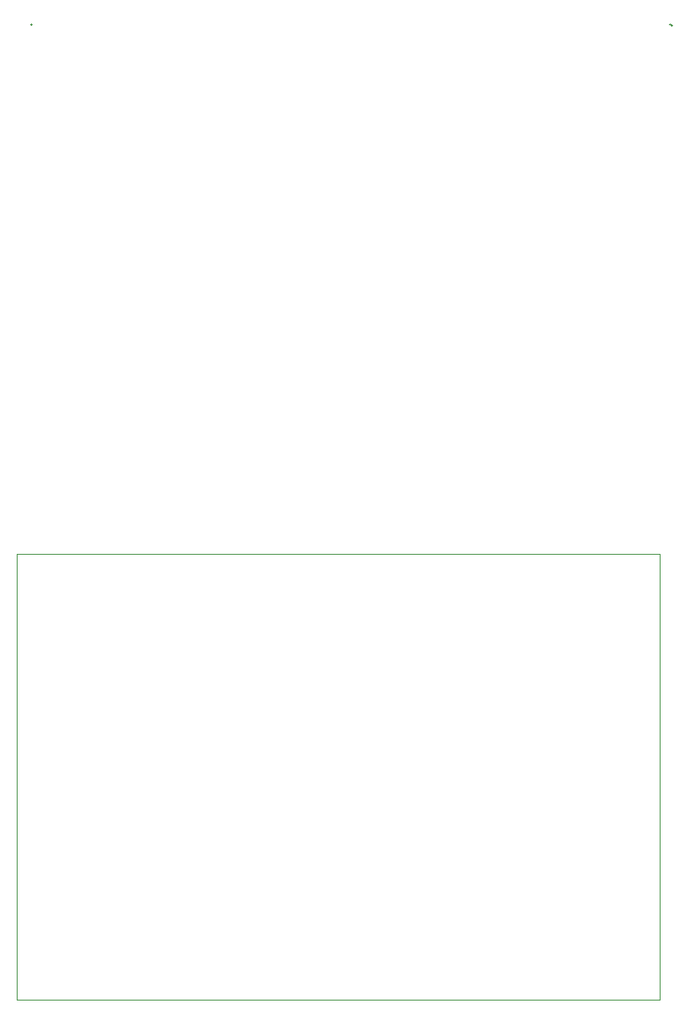
<source format=gm1>
G04*
G04 #@! TF.GenerationSoftware,Altium Limited,Altium Designer,23.6.0 (18)*
G04*
G04 Layer_Color=16711935*
%FSLAX25Y25*%
%MOIN*%
G70*
G04*
G04 #@! TF.SameCoordinates,B90E1885-5EE6-4A3D-B461-7850E0AA74F3*
G04*
G04*
G04 #@! TF.FilePolarity,Positive*
G04*
G01*
G75*
%ADD14C,0.00200*%
%ADD15C,0.00500*%
D14*
Y177165D02*
X255906D01*
X0Y0D02*
Y177165D01*
Y0D02*
X255906D01*
Y177165D01*
D15*
X5766Y387795D02*
X6167Y387394D01*
X260539D02*
X260900Y387033D01*
X260138Y387795D02*
X260539Y387394D01*
M02*

</source>
